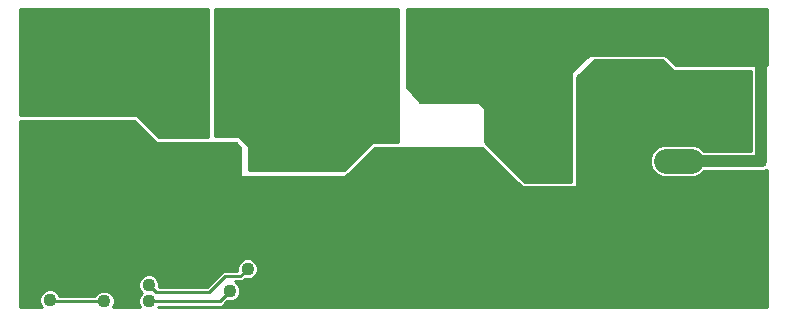
<source format=gbl>
G75*
G70*
%OFA0B0*%
%FSLAX24Y24*%
%IPPOS*%
%LPD*%
%AMOC8*
5,1,8,0,0,1.08239X$1,22.5*
%
%ADD10C,0.0827*%
%ADD11C,0.0594*%
%ADD12C,0.0436*%
%ADD13C,0.0100*%
%ADD14C,0.0400*%
D10*
X005873Y010569D02*
X006700Y010569D01*
X006700Y012537D02*
X005873Y012537D01*
X024918Y012242D02*
X025745Y012242D01*
X025745Y014211D02*
X024918Y014211D01*
X024918Y009978D02*
X025745Y009978D01*
X025745Y008010D02*
X024918Y008010D01*
D11*
X021050Y007961D03*
X021050Y009929D03*
X022534Y012334D03*
X021142Y013726D03*
D12*
X020460Y014161D03*
X021838Y014654D03*
X023659Y014211D03*
X025381Y013473D03*
X026907Y013866D03*
X027546Y011799D03*
X024692Y011455D03*
X022723Y011750D03*
X021001Y011701D03*
X020509Y012341D03*
X020706Y012882D03*
X019279Y011750D03*
X019525Y011160D03*
X018934Y009782D03*
X019279Y008847D03*
X021641Y007518D03*
X021887Y008305D03*
X023708Y007518D03*
X025086Y006681D03*
X025430Y007223D03*
X023954Y006337D03*
X023757Y005549D03*
X021739Y005549D03*
X019721Y005549D03*
X017753Y005549D03*
X015538Y005549D03*
X014111Y005549D03*
X014210Y006435D03*
X014800Y006829D03*
X014456Y007518D03*
X015489Y007518D03*
X013471Y007075D03*
X012684Y006386D03*
X011651Y006435D03*
X010962Y006386D03*
X010371Y005648D03*
X007664Y005845D03*
X007664Y005303D03*
X006188Y005303D03*
X005893Y006484D03*
X006533Y007419D03*
X005893Y008108D03*
X007123Y008994D03*
X007812Y008305D03*
X008550Y008945D03*
X007960Y010077D03*
X005893Y009339D03*
X010223Y011061D03*
X010223Y011652D03*
X010223Y012242D03*
X010223Y012882D03*
X010223Y013522D03*
X010223Y014112D03*
X010223Y014752D03*
X007615Y014801D03*
X006483Y014801D03*
X006483Y014112D03*
X007615Y014063D03*
X007615Y012980D03*
X007566Y011849D03*
X004810Y012193D03*
X003678Y012242D03*
X003678Y013276D03*
X004958Y014112D03*
X004958Y014801D03*
X003727Y014703D03*
X011355Y010667D03*
X011897Y010667D03*
X012389Y009831D03*
X012930Y009831D03*
X017655Y007469D03*
X019672Y007469D03*
X022527Y009634D03*
X023708Y010126D03*
X026513Y009043D03*
X028088Y009978D03*
X027349Y007567D03*
X016473Y012685D03*
X016473Y013226D03*
X016473Y013817D03*
X016473Y014358D03*
X004367Y005352D03*
D13*
X003385Y005109D02*
X003385Y011307D01*
X007172Y011307D01*
X007910Y010569D01*
X010568Y010569D01*
X010716Y010421D01*
X010716Y009437D01*
X014210Y009437D01*
X015194Y010421D01*
X018786Y010421D01*
X020115Y009093D01*
X021936Y009093D01*
X021936Y012784D01*
X022527Y013325D01*
X024790Y013325D01*
X025135Y012980D01*
X027758Y012980D01*
X027758Y010308D01*
X026184Y010308D01*
X026053Y010439D01*
X025853Y010522D01*
X024810Y010522D01*
X024611Y010439D01*
X024458Y010286D01*
X024375Y010086D01*
X024375Y009870D01*
X024458Y009671D01*
X024611Y009518D01*
X024810Y009435D01*
X025853Y009435D01*
X026053Y009518D01*
X026184Y009648D01*
X027975Y009648D01*
X028018Y009630D01*
X028157Y009630D01*
X028282Y009682D01*
X028282Y005109D01*
X007961Y005109D01*
X007967Y005123D01*
X010101Y005123D01*
X010207Y005229D01*
X010285Y005307D01*
X010302Y005300D01*
X010440Y005300D01*
X010568Y005353D01*
X010666Y005451D01*
X010719Y005578D01*
X010719Y005717D01*
X010666Y005845D01*
X010568Y005943D01*
X010527Y005960D01*
X010641Y005960D01*
X010790Y005960D01*
X010875Y006045D01*
X010892Y006038D01*
X011031Y006038D01*
X011159Y006091D01*
X011257Y006189D01*
X011310Y006317D01*
X011310Y006455D01*
X011257Y006583D01*
X011159Y006681D01*
X011031Y006734D01*
X010892Y006734D01*
X010764Y006681D01*
X010667Y006583D01*
X010614Y006455D01*
X010614Y006320D01*
X010149Y006320D01*
X010043Y006214D01*
X009608Y005778D01*
X008012Y005778D01*
X008012Y005914D01*
X007959Y006042D01*
X007862Y006140D01*
X007734Y006193D01*
X007595Y006193D01*
X007467Y006140D01*
X007369Y006042D01*
X007316Y005914D01*
X007316Y005775D01*
X007369Y005647D01*
X007443Y005574D01*
X007369Y005500D01*
X007316Y005372D01*
X007316Y005234D01*
X007368Y005109D01*
X006484Y005109D01*
X006536Y005234D01*
X006536Y005372D01*
X006483Y005500D01*
X006385Y005598D01*
X006257Y005651D01*
X006119Y005651D01*
X005991Y005598D01*
X005893Y005500D01*
X005886Y005483D01*
X004690Y005483D01*
X004662Y005550D01*
X005943Y005550D01*
X006112Y005649D02*
X004562Y005649D01*
X004564Y005648D02*
X004436Y005701D01*
X004298Y005701D01*
X004170Y005648D01*
X004072Y005550D01*
X004019Y005422D01*
X004019Y005283D01*
X004072Y005155D01*
X004119Y005109D01*
X003385Y005109D01*
X003385Y005156D02*
X004072Y005156D01*
X004031Y005254D02*
X003385Y005254D01*
X003385Y005353D02*
X004019Y005353D01*
X004031Y005451D02*
X003385Y005451D01*
X003385Y005550D02*
X004072Y005550D01*
X004172Y005649D02*
X003385Y005649D01*
X003385Y005747D02*
X007328Y005747D01*
X007316Y005846D02*
X003385Y005846D01*
X003385Y005944D02*
X007329Y005944D01*
X007370Y006043D02*
X003385Y006043D01*
X003385Y006141D02*
X007471Y006141D01*
X007858Y006141D02*
X009970Y006141D01*
X009872Y006043D02*
X007959Y006043D01*
X008000Y005944D02*
X009773Y005944D01*
X009675Y005846D02*
X008012Y005846D01*
X007910Y005599D02*
X007664Y005845D01*
X007910Y005599D02*
X009682Y005599D01*
X010223Y006140D01*
X010716Y006140D01*
X010962Y006386D01*
X011206Y006634D02*
X028282Y006634D01*
X028282Y006733D02*
X011034Y006733D01*
X010889Y006733D02*
X003385Y006733D01*
X003385Y006831D02*
X028282Y006831D01*
X028282Y006930D02*
X003385Y006930D01*
X003385Y007028D02*
X028282Y007028D01*
X028282Y007127D02*
X003385Y007127D01*
X003385Y007225D02*
X028282Y007225D01*
X028282Y007324D02*
X003385Y007324D01*
X003385Y007422D02*
X028282Y007422D01*
X028282Y007521D02*
X003385Y007521D01*
X003385Y007619D02*
X028282Y007619D01*
X028282Y007718D02*
X003385Y007718D01*
X003385Y007816D02*
X028282Y007816D01*
X028282Y007915D02*
X003385Y007915D01*
X003385Y008014D02*
X028282Y008014D01*
X028282Y008112D02*
X003385Y008112D01*
X003385Y008211D02*
X028282Y008211D01*
X028282Y008309D02*
X003385Y008309D01*
X003385Y008408D02*
X028282Y008408D01*
X028282Y008506D02*
X003385Y008506D01*
X003385Y008605D02*
X028282Y008605D01*
X028282Y008703D02*
X003385Y008703D01*
X003385Y008802D02*
X028282Y008802D01*
X028282Y008900D02*
X003385Y008900D01*
X003385Y008999D02*
X028282Y008999D01*
X028282Y009098D02*
X021936Y009098D01*
X021936Y009196D02*
X028282Y009196D01*
X028282Y009295D02*
X021936Y009295D01*
X021936Y009393D02*
X028282Y009393D01*
X028282Y009492D02*
X025990Y009492D01*
X026125Y009590D02*
X028282Y009590D01*
X027758Y010379D02*
X026113Y010379D01*
X025961Y010477D02*
X027758Y010477D01*
X027758Y010576D02*
X021936Y010576D01*
X021936Y010674D02*
X027758Y010674D01*
X027758Y010773D02*
X021936Y010773D01*
X021936Y010871D02*
X027758Y010871D01*
X027758Y010970D02*
X021936Y010970D01*
X021936Y011068D02*
X027758Y011068D01*
X027758Y011167D02*
X021936Y011167D01*
X021936Y011266D02*
X027758Y011266D01*
X027758Y011364D02*
X021936Y011364D01*
X021936Y011463D02*
X027758Y011463D01*
X027758Y011561D02*
X021936Y011561D01*
X021936Y011660D02*
X027758Y011660D01*
X027758Y011758D02*
X021936Y011758D01*
X021936Y011857D02*
X027758Y011857D01*
X027758Y011955D02*
X021936Y011955D01*
X021936Y012054D02*
X027758Y012054D01*
X027758Y012152D02*
X021936Y012152D01*
X021936Y012251D02*
X027758Y012251D01*
X027758Y012349D02*
X021936Y012349D01*
X021936Y012448D02*
X027758Y012448D01*
X027758Y012547D02*
X021936Y012547D01*
X021936Y012645D02*
X027758Y012645D01*
X027758Y012744D02*
X021936Y012744D01*
X022000Y012842D02*
X027758Y012842D01*
X027758Y012941D02*
X022108Y012941D01*
X022215Y013039D02*
X025076Y013039D01*
X024977Y013138D02*
X022323Y013138D01*
X022430Y013236D02*
X024879Y013236D01*
X025076Y013335D02*
X028282Y013335D01*
X028282Y013433D02*
X024977Y013433D01*
X024889Y013522D02*
X022330Y013522D01*
X021739Y012931D01*
X021739Y009289D01*
X020214Y009289D01*
X018885Y010618D01*
X018885Y011750D01*
X018688Y011947D01*
X016720Y011947D01*
X016277Y012439D01*
X016277Y015045D01*
X028282Y015045D01*
X028282Y013177D01*
X025233Y013177D01*
X024889Y013522D01*
X025174Y013236D02*
X028282Y013236D01*
X028282Y013532D02*
X016277Y013532D01*
X016277Y013433D02*
X022241Y013433D01*
X022143Y013335D02*
X016277Y013335D01*
X016277Y013236D02*
X022044Y013236D01*
X021946Y013138D02*
X016277Y013138D01*
X016277Y013039D02*
X021847Y013039D01*
X021749Y012941D02*
X016277Y012941D01*
X016277Y012842D02*
X021739Y012842D01*
X021739Y012744D02*
X016277Y012744D01*
X016277Y012645D02*
X021739Y012645D01*
X021739Y012547D02*
X016277Y012547D01*
X016277Y012448D02*
X021739Y012448D01*
X021739Y012349D02*
X016357Y012349D01*
X016446Y012251D02*
X021739Y012251D01*
X021739Y012152D02*
X016535Y012152D01*
X016623Y012054D02*
X021739Y012054D01*
X021739Y011955D02*
X016712Y011955D01*
X015981Y011955D02*
X009879Y011955D01*
X009879Y011857D02*
X015981Y011857D01*
X015981Y011758D02*
X009879Y011758D01*
X009879Y011660D02*
X015981Y011660D01*
X015981Y011561D02*
X009879Y011561D01*
X009879Y011463D02*
X015981Y011463D01*
X015981Y011364D02*
X009879Y011364D01*
X009879Y011266D02*
X015981Y011266D01*
X015981Y011167D02*
X009879Y011167D01*
X009879Y011068D02*
X015981Y011068D01*
X015981Y010970D02*
X009879Y010970D01*
X009879Y010871D02*
X015981Y010871D01*
X015981Y010773D02*
X010709Y010773D01*
X010666Y010815D02*
X009879Y010815D01*
X009879Y015045D01*
X015981Y015045D01*
X015981Y010618D01*
X015096Y010618D01*
X014160Y009683D01*
X011011Y009683D01*
X011011Y010471D01*
X010666Y010815D01*
X010807Y010674D02*
X015981Y010674D01*
X015151Y010379D02*
X018829Y010379D01*
X018928Y010280D02*
X015053Y010280D01*
X014954Y010182D02*
X019026Y010182D01*
X019125Y010083D02*
X014856Y010083D01*
X014757Y009984D02*
X019223Y009984D01*
X019322Y009886D02*
X014659Y009886D01*
X014560Y009787D02*
X019420Y009787D01*
X019519Y009689D02*
X014461Y009689D01*
X014363Y009590D02*
X019618Y009590D01*
X019716Y009492D02*
X014264Y009492D01*
X014166Y009689D02*
X011011Y009689D01*
X011011Y009787D02*
X014265Y009787D01*
X014363Y009886D02*
X011011Y009886D01*
X011011Y009984D02*
X014462Y009984D01*
X014560Y010083D02*
X011011Y010083D01*
X011011Y010182D02*
X014659Y010182D01*
X014757Y010280D02*
X011011Y010280D01*
X011011Y010379D02*
X014856Y010379D01*
X014954Y010477D02*
X011004Y010477D01*
X010906Y010576D02*
X015053Y010576D01*
X015981Y012054D02*
X009879Y012054D01*
X009879Y012152D02*
X015981Y012152D01*
X015981Y012251D02*
X009879Y012251D01*
X009879Y012349D02*
X015981Y012349D01*
X015981Y012448D02*
X009879Y012448D01*
X009879Y012547D02*
X015981Y012547D01*
X015981Y012645D02*
X009879Y012645D01*
X009879Y012744D02*
X015981Y012744D01*
X015981Y012842D02*
X009879Y012842D01*
X009879Y012941D02*
X015981Y012941D01*
X015981Y013039D02*
X009879Y013039D01*
X009879Y013138D02*
X015981Y013138D01*
X015981Y013236D02*
X009879Y013236D01*
X009879Y013335D02*
X015981Y013335D01*
X015981Y013433D02*
X009879Y013433D01*
X009879Y013532D02*
X015981Y013532D01*
X015981Y013631D02*
X009879Y013631D01*
X009879Y013729D02*
X015981Y013729D01*
X015981Y013828D02*
X009879Y013828D01*
X009879Y013926D02*
X015981Y013926D01*
X015981Y014025D02*
X009879Y014025D01*
X009879Y014123D02*
X015981Y014123D01*
X015981Y014222D02*
X009879Y014222D01*
X009879Y014320D02*
X015981Y014320D01*
X015981Y014419D02*
X009879Y014419D01*
X009879Y014517D02*
X015981Y014517D01*
X015981Y014616D02*
X009879Y014616D01*
X009879Y014715D02*
X015981Y014715D01*
X015981Y014813D02*
X009879Y014813D01*
X009879Y014912D02*
X015981Y014912D01*
X015981Y015010D02*
X009879Y015010D01*
X009633Y015010D02*
X003385Y015010D01*
X003385Y015045D02*
X009633Y015045D01*
X009633Y010766D01*
X008009Y010766D01*
X007271Y011504D01*
X003385Y011504D01*
X003385Y015045D01*
X003385Y014912D02*
X009633Y014912D01*
X009633Y014813D02*
X003385Y014813D01*
X003385Y014715D02*
X009633Y014715D01*
X009633Y014616D02*
X003385Y014616D01*
X003385Y014517D02*
X009633Y014517D01*
X009633Y014419D02*
X003385Y014419D01*
X003385Y014320D02*
X009633Y014320D01*
X009633Y014222D02*
X003385Y014222D01*
X003385Y014123D02*
X009633Y014123D01*
X009633Y014025D02*
X003385Y014025D01*
X003385Y013926D02*
X009633Y013926D01*
X009633Y013828D02*
X003385Y013828D01*
X003385Y013729D02*
X009633Y013729D01*
X009633Y013631D02*
X003385Y013631D01*
X003385Y013532D02*
X009633Y013532D01*
X009633Y013433D02*
X003385Y013433D01*
X003385Y013335D02*
X009633Y013335D01*
X009633Y013236D02*
X003385Y013236D01*
X003385Y013138D02*
X009633Y013138D01*
X009633Y013039D02*
X003385Y013039D01*
X003385Y012941D02*
X009633Y012941D01*
X009633Y012842D02*
X003385Y012842D01*
X003385Y012744D02*
X009633Y012744D01*
X009633Y012645D02*
X003385Y012645D01*
X003385Y012547D02*
X009633Y012547D01*
X009633Y012448D02*
X003385Y012448D01*
X003385Y012349D02*
X009633Y012349D01*
X009633Y012251D02*
X003385Y012251D01*
X003385Y012152D02*
X009633Y012152D01*
X009633Y012054D02*
X003385Y012054D01*
X003385Y011955D02*
X009633Y011955D01*
X009633Y011857D02*
X003385Y011857D01*
X003385Y011758D02*
X009633Y011758D01*
X009633Y011660D02*
X003385Y011660D01*
X003385Y011561D02*
X009633Y011561D01*
X009633Y011463D02*
X007312Y011463D01*
X007411Y011364D02*
X009633Y011364D01*
X009633Y011266D02*
X007509Y011266D01*
X007608Y011167D02*
X009633Y011167D01*
X009633Y011068D02*
X007706Y011068D01*
X007805Y010970D02*
X009633Y010970D01*
X009633Y010871D02*
X007903Y010871D01*
X008002Y010773D02*
X009633Y010773D01*
X010660Y010477D02*
X003385Y010477D01*
X003385Y010379D02*
X010716Y010379D01*
X010716Y010280D02*
X003385Y010280D01*
X003385Y010182D02*
X010716Y010182D01*
X010716Y010083D02*
X003385Y010083D01*
X003385Y009984D02*
X010716Y009984D01*
X010716Y009886D02*
X003385Y009886D01*
X003385Y009787D02*
X010716Y009787D01*
X010716Y009689D02*
X003385Y009689D01*
X003385Y009590D02*
X010716Y009590D01*
X010716Y009492D02*
X003385Y009492D01*
X003385Y009393D02*
X019815Y009393D01*
X019913Y009295D02*
X003385Y009295D01*
X003385Y009196D02*
X020012Y009196D01*
X020110Y009098D02*
X003385Y009098D01*
X003385Y010576D02*
X007904Y010576D01*
X007805Y010674D02*
X003385Y010674D01*
X003385Y010773D02*
X007707Y010773D01*
X007608Y010871D02*
X003385Y010871D01*
X003385Y010970D02*
X007510Y010970D01*
X007411Y011068D02*
X003385Y011068D01*
X003385Y011167D02*
X007312Y011167D01*
X007214Y011266D02*
X003385Y011266D01*
X003385Y006634D02*
X010717Y006634D01*
X010647Y006535D02*
X003385Y006535D01*
X003385Y006437D02*
X010614Y006437D01*
X010614Y006338D02*
X003385Y006338D01*
X003385Y006240D02*
X010069Y006240D01*
X010565Y005944D02*
X028282Y005944D01*
X028282Y005846D02*
X010665Y005846D01*
X010707Y005747D02*
X028282Y005747D01*
X028282Y005649D02*
X010719Y005649D01*
X010707Y005550D02*
X028282Y005550D01*
X028282Y005451D02*
X010667Y005451D01*
X010569Y005353D02*
X028282Y005353D01*
X028282Y005254D02*
X010232Y005254D01*
X010134Y005156D02*
X028282Y005156D01*
X028282Y006043D02*
X011043Y006043D01*
X010880Y006043D02*
X010873Y006043D01*
X011209Y006141D02*
X028282Y006141D01*
X028282Y006240D02*
X011278Y006240D01*
X011310Y006338D02*
X028282Y006338D01*
X028282Y006437D02*
X011310Y006437D01*
X011276Y006535D02*
X028282Y006535D01*
X024673Y009492D02*
X021936Y009492D01*
X021936Y009590D02*
X024538Y009590D01*
X024450Y009689D02*
X021936Y009689D01*
X021936Y009787D02*
X024409Y009787D01*
X024375Y009886D02*
X021936Y009886D01*
X021936Y009984D02*
X024375Y009984D01*
X024375Y010083D02*
X021936Y010083D01*
X021936Y010182D02*
X024414Y010182D01*
X024455Y010280D02*
X021936Y010280D01*
X021936Y010379D02*
X024550Y010379D01*
X024703Y010477D02*
X021936Y010477D01*
X021739Y010477D02*
X019026Y010477D01*
X019124Y010379D02*
X021739Y010379D01*
X021739Y010280D02*
X019223Y010280D01*
X019322Y010182D02*
X021739Y010182D01*
X021739Y010083D02*
X019420Y010083D01*
X019519Y009984D02*
X021739Y009984D01*
X021739Y009886D02*
X019617Y009886D01*
X019716Y009787D02*
X021739Y009787D01*
X021739Y009689D02*
X019814Y009689D01*
X019913Y009590D02*
X021739Y009590D01*
X021739Y009492D02*
X020011Y009492D01*
X020110Y009393D02*
X021739Y009393D01*
X021739Y009295D02*
X020208Y009295D01*
X018927Y010576D02*
X021739Y010576D01*
X021739Y010674D02*
X018885Y010674D01*
X018885Y010773D02*
X021739Y010773D01*
X021739Y010871D02*
X018885Y010871D01*
X018885Y010970D02*
X021739Y010970D01*
X021739Y011068D02*
X018885Y011068D01*
X018885Y011167D02*
X021739Y011167D01*
X021739Y011266D02*
X018885Y011266D01*
X018885Y011364D02*
X021739Y011364D01*
X021739Y011463D02*
X018885Y011463D01*
X018885Y011561D02*
X021739Y011561D01*
X021739Y011660D02*
X018885Y011660D01*
X018877Y011758D02*
X021739Y011758D01*
X021739Y011857D02*
X018778Y011857D01*
X016277Y013631D02*
X028282Y013631D01*
X028282Y013729D02*
X016277Y013729D01*
X016277Y013828D02*
X028282Y013828D01*
X028282Y013926D02*
X016277Y013926D01*
X016277Y014025D02*
X028282Y014025D01*
X028282Y014123D02*
X016277Y014123D01*
X016277Y014222D02*
X028282Y014222D01*
X028282Y014320D02*
X016277Y014320D01*
X016277Y014419D02*
X028282Y014419D01*
X028282Y014517D02*
X016277Y014517D01*
X016277Y014616D02*
X028282Y014616D01*
X028282Y014715D02*
X016277Y014715D01*
X016277Y014813D02*
X028282Y014813D01*
X028282Y014912D02*
X016277Y014912D01*
X016277Y015010D02*
X028282Y015010D01*
X011651Y006435D02*
X011454Y006435D01*
X010371Y005648D02*
X010027Y005303D01*
X007664Y005303D01*
X007419Y005550D02*
X006434Y005550D01*
X006503Y005451D02*
X007349Y005451D01*
X007316Y005353D02*
X006536Y005353D01*
X006536Y005254D02*
X007316Y005254D01*
X007349Y005156D02*
X006504Y005156D01*
X006188Y005303D02*
X004416Y005303D01*
X004367Y005352D01*
X004662Y005550D02*
X004564Y005648D01*
X006264Y005649D02*
X007369Y005649D01*
D14*
X025332Y009978D02*
X028088Y009978D01*
X028088Y014211D01*
X025332Y014211D01*
M02*

</source>
